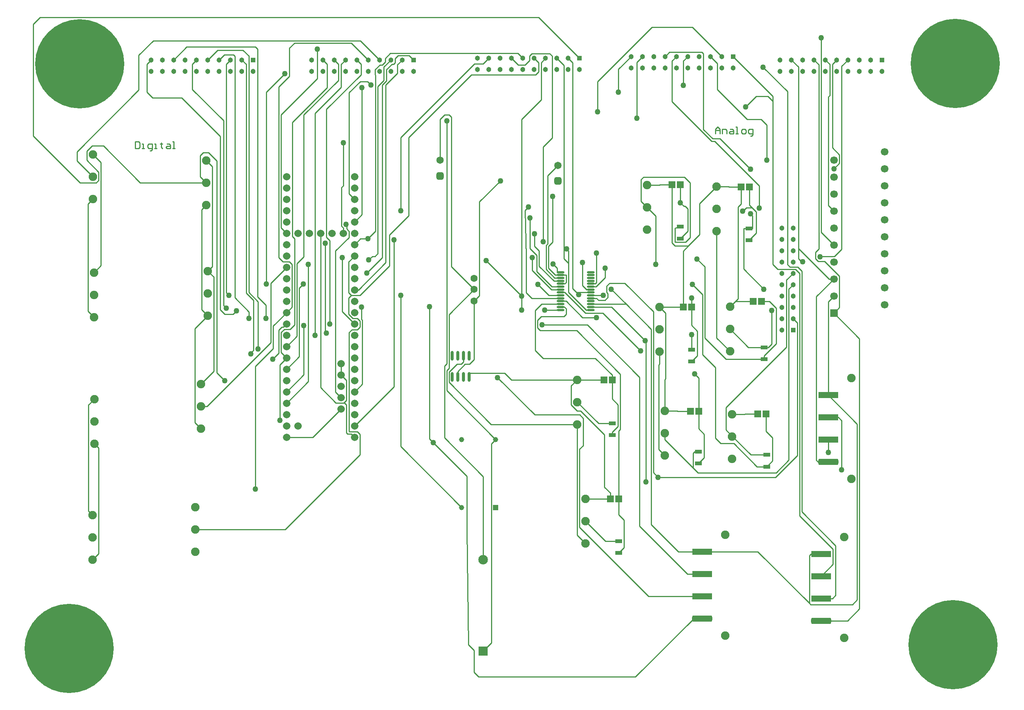
<source format=gtl>
G04*
G04 #@! TF.GenerationSoftware,Altium Limited,Altium Designer,25.8.1 (18)*
G04*
G04 Layer_Physical_Order=1*
G04 Layer_Color=255*
%FSLAX44Y44*%
%MOMM*%
G71*
G04*
G04 #@! TF.SameCoordinates,1CB4CA92-3C3F-48A4-B028-BF96C05B1928*
G04*
G04*
G04 #@! TF.FilePolarity,Positive*
G04*
G01*
G75*
%ADD14C,0.2540*%
G04:AMPARAMS|DCode=15|XSize=1.4mm|YSize=4.5mm|CornerRadius=0.35mm|HoleSize=0mm|Usage=FLASHONLY|Rotation=90.000|XOffset=0mm|YOffset=0mm|HoleType=Round|Shape=RoundedRectangle|*
%AMROUNDEDRECTD15*
21,1,1.4000,3.8000,0,0,90.0*
21,1,0.7000,4.5000,0,0,90.0*
1,1,0.7000,1.9000,0.3500*
1,1,0.7000,1.9000,-0.3500*
1,1,0.7000,-1.9000,-0.3500*
1,1,0.7000,-1.9000,0.3500*
%
%ADD15ROUNDEDRECTD15*%
%ADD16O,1.8000X0.4500*%
%ADD17O,0.6000X2.2000*%
%ADD18R,1.6000X0.8500*%
%ADD19R,1.5000X1.5500*%
%ADD20R,4.5000X1.4000*%
%ADD29R,1.1350X1.1350*%
%ADD30C,1.1350*%
%ADD32C,2.1450*%
%ADD34C,1.7000*%
%ADD37R,1.7000X1.7000*%
%ADD38R,2.1450X2.1450*%
%ADD40R,1.1350X1.1350*%
%ADD43C,1.1580*%
%ADD44R,1.1580X1.1580*%
%ADD45C,1.6650*%
%ADD46C,1.9000*%
%ADD47C,1.6000*%
G04:AMPARAMS|DCode=48|XSize=1.65mm|YSize=1.65mm|CornerRadius=0.4125mm|HoleSize=0mm|Usage=FLASHONLY|Rotation=90.000|XOffset=0mm|YOffset=0mm|HoleType=Round|Shape=RoundedRectangle|*
%AMROUNDEDRECTD48*
21,1,1.6500,0.8250,0,0,90.0*
21,1,0.8250,1.6500,0,0,90.0*
1,1,0.8250,0.4125,0.4125*
1,1,0.8250,0.4125,-0.4125*
1,1,0.8250,-0.4125,-0.4125*
1,1,0.8250,-0.4125,0.4125*
%
%ADD48ROUNDEDRECTD48*%
%ADD49C,1.6500*%
%ADD50C,1.2700*%
%ADD51C,20.0000*%
D14*
X1859280Y1210310D02*
X1859534D01*
X1871590Y1222366D01*
X1540510Y900980D02*
Y920750D01*
X1539960Y900430D02*
X1540510Y900980D01*
X617220Y770890D02*
X632460Y786130D01*
X617220Y646430D02*
Y770890D01*
X765810Y1085850D02*
X767731Y1083929D01*
Y1075690D02*
X769001Y1074420D01*
X767731Y1075690D02*
Y1083929D01*
X769001Y1073150D02*
Y1074420D01*
X755650Y1081642D02*
X759460Y1077832D01*
X755650Y1081642D02*
Y1168140D01*
X759460Y1171950D01*
X769001Y1073150D02*
X772160Y1069992D01*
X759460Y1065530D02*
Y1077832D01*
Y1171950D02*
Y1268222D01*
X772160Y1056132D02*
Y1069992D01*
X800100Y872759D02*
X802075Y870784D01*
X800100Y872759D02*
Y900430D01*
X802075Y727145D02*
Y870784D01*
X1779778Y1008542D02*
Y1031075D01*
X1786681Y1002030D02*
X1789430D01*
X1781574Y1006746D02*
X1781964D01*
X1779778Y1008542D02*
X1781574Y1006746D01*
X1781964D02*
X1786681Y1002030D01*
X1239261Y979145D02*
X1240166Y978240D01*
X1219200Y1036357D02*
X1228852Y1046009D01*
X1214120Y1038462D02*
X1217676Y1042018D01*
Y1194816D01*
X1229360Y996950D02*
X1239261Y987049D01*
X1228852Y1046009D02*
Y1148334D01*
X1217676Y1194816D02*
X1240790Y1217930D01*
X1219200Y986980D02*
Y1036357D01*
X1214120Y984544D02*
X1233424Y965240D01*
X1240166Y978240D02*
X1246160D01*
X1214120Y984544D02*
Y1038462D01*
X1239261Y979145D02*
Y987049D01*
X1219200Y986980D02*
X1234440Y971740D01*
X552450Y795020D02*
Y797196D01*
X558546Y803292D02*
Y915089D01*
X552450Y797196D02*
X558546Y803292D01*
X454114Y677380D02*
X596900Y820166D01*
Y953770D01*
X440690Y677380D02*
X454114D01*
X830790Y1013924D02*
X836930Y1020064D01*
X816610Y1005840D02*
X824694Y1013924D01*
X830790D01*
X1514560Y1174750D02*
X1515110Y1174200D01*
Y1134110D02*
X1523130Y1126090D01*
X1525924D01*
X1532000Y1120014D01*
X1515110Y1134110D02*
Y1174200D01*
X1393484Y906740D02*
X1449730Y850494D01*
X1360424Y939800D02*
X1393484Y906740D01*
X1804162Y236220D02*
X1807464Y232918D01*
X1688522Y351860D02*
X1804162Y236220D01*
X760730Y685038D02*
X762254D01*
X743204D02*
X760730D01*
X1779778Y1031075D02*
Y1438402D01*
X953008Y604266D02*
X961136Y596138D01*
X1676654Y1076240D02*
Y1105408D01*
X1521460Y1025652D02*
X1533144Y1037336D01*
X1638560Y913130D02*
X1644100Y918670D01*
X1041400Y752353D02*
X1121508D01*
X1480280Y603028D02*
X1543812Y539496D01*
X1631277Y610667D02*
X1673098Y568846D01*
X1617218Y624726D02*
X1631277Y610667D01*
X1159002Y925068D02*
Y1321054D01*
Y893740D02*
Y925068D01*
X1264412Y998220D02*
Y1026160D01*
X1253998Y1008634D02*
Y1442212D01*
X1282394Y932740D02*
X1314160D01*
X1282394D02*
X1287272Y927862D01*
X1722541Y1361440D02*
Y1372449D01*
X1669500Y1129072D02*
X1675892Y1122680D01*
X777422Y615768D02*
X784860Y608330D01*
X769201Y615768D02*
X777422D01*
X766572Y618397D02*
X769201Y615768D01*
X766572Y618397D02*
Y680720D01*
X762254Y685038D02*
X766572Y680720D01*
X708660Y719582D02*
Y1065530D01*
X1808042Y346780D02*
X1830640D01*
X1804162Y342900D02*
X1808042Y346780D01*
X1804162Y236220D02*
Y342900D01*
X1846580Y702780D02*
X1911604Y637756D01*
X1563940Y351860D02*
X1688522D01*
X1807464Y232918D02*
X1900682D01*
X1911604Y243840D01*
Y637756D01*
X1846580Y702780D02*
Y911860D01*
X1859280Y924560D01*
X961136Y596138D02*
X1036574Y520700D01*
Y400812D02*
X1040130Y143510D01*
X1053084Y130556D01*
Y81280D02*
X1063244Y71120D01*
X1414596D02*
X1545336Y201860D01*
X1563940D01*
X1764030Y1454150D02*
X1779778Y1438402D01*
X754888Y1444498D02*
X764540Y1454150D01*
X754888Y1392682D02*
Y1444498D01*
X696468Y1334262D02*
X754888Y1392682D01*
X696468Y836930D02*
Y1334262D01*
X1672844Y1109218D02*
X1676654Y1105408D01*
X1668780Y1076240D02*
X1676654D01*
X1468120Y900100D02*
X1494460D01*
X1521460Y900430D01*
X1638560Y913130D02*
X1678220D01*
X1626330Y900900D02*
X1638560Y913130D01*
X1703070Y809540D02*
X1711960D01*
X1719834Y817414D01*
Y892556D01*
X1758355Y940475D02*
X1767840Y949960D01*
X1758355Y556935D02*
Y940475D01*
X1730248Y528828D02*
X1758355Y556935D01*
X1554480Y528828D02*
X1730248D01*
X1480280Y603028D02*
Y617220D01*
X1753275Y960795D02*
X1767840Y975360D01*
X1753275Y810681D02*
Y960795D01*
X1617218Y674624D02*
X1753275Y810681D01*
X1617218Y624726D02*
Y674624D01*
X1630680Y610070D02*
X1631277Y610667D01*
X1673098Y568846D02*
X1708807D01*
X1440180Y1123950D02*
X1460246Y1103884D01*
Y996188D02*
Y1103884D01*
X1426718Y1137412D02*
X1440180Y1123950D01*
X1426718Y1137412D02*
Y1185926D01*
X1432560Y1191768D01*
X1524000D01*
X1537208Y1178560D01*
Y1055624D02*
Y1178560D01*
X1527048Y1045464D02*
X1537208Y1055624D01*
X1503172Y1045464D02*
X1527048D01*
X1503172D02*
Y1077002D01*
X1515110Y1080050D01*
X1203198Y1448308D02*
X1212850Y1457960D01*
X1203198Y1365250D02*
Y1448308D01*
X1159002Y1321054D02*
X1203198Y1365250D01*
X1211412Y893740D02*
X1246160D01*
X1314160Y926240D02*
X1342546D01*
X907455Y1463635D02*
X916940Y1454150D01*
X882142Y1463635D02*
X907455D01*
X875792Y1457285D02*
X882142Y1463635D01*
X875792Y1447800D02*
Y1457285D01*
X872744Y1444752D02*
X875792Y1447800D01*
X868728Y1444752D02*
X872744D01*
X856655Y1432679D02*
X868728Y1444752D01*
X856655Y1407327D02*
Y1432679D01*
X847090Y1397762D02*
X856655Y1407327D01*
X847090Y1010920D02*
Y1397762D01*
X812292Y976122D02*
X847090Y1010920D01*
X1346200Y966060D02*
Y987044D01*
X1325880Y945740D02*
X1346200Y966060D01*
X1314160Y945740D02*
X1325880D01*
X850392Y1438402D02*
X866140Y1454150D01*
X850392Y1408430D02*
Y1438402D01*
X836930Y1394968D02*
X850392Y1408430D01*
X836930Y1020064D02*
Y1394968D01*
X1327150Y955040D02*
Y1021588D01*
X1324350Y952240D02*
X1327150Y955040D01*
X1314160Y952240D02*
X1324350D01*
X1016000Y743080D02*
Y755396D01*
X1032764Y772160D01*
X1042670D01*
X1052830Y782320D01*
Y913800D01*
X1437640Y508254D02*
Y823214D01*
X1314160Y900240D02*
X1360614D01*
X1435862Y824992D01*
X1767840Y873760D02*
X1777325Y864275D01*
Y567269D02*
Y864275D01*
X1728724Y518668D02*
X1777325Y567269D01*
X1465072Y518668D02*
X1728724D01*
X1454810Y528930D02*
X1465072Y518668D01*
X1454810Y528930D02*
Y889610D01*
X1390904Y953516D02*
X1454810Y889610D01*
X1350264Y932942D02*
Y947420D01*
X1327404Y919740D02*
X1331982Y915162D01*
X1314160Y919740D02*
X1327404D01*
X427450Y401320D02*
X629412D01*
X797052Y568960D01*
Y614680D01*
X790702Y621030D02*
X797052Y614680D01*
X773176Y621030D02*
X790702D01*
X772668Y621538D02*
X773176Y621030D01*
X772668Y621538D02*
Y843280D01*
X779018Y849630D01*
X791464D01*
X796995Y855161D01*
Y868680D01*
X791153Y874522D02*
X796995Y868680D01*
X780906Y874522D02*
X791153D01*
X771652Y883776D02*
X780906Y874522D01*
X771652Y883776D02*
Y920750D01*
X777240Y926338D01*
X797052D02*
X862838Y992124D01*
Y1061720D01*
X906018Y1104900D01*
Y1280414D01*
X1197102Y1427480D02*
Y1448308D01*
X771652Y1001522D02*
X784860Y1014730D01*
X771652Y931926D02*
Y1001522D01*
Y931926D02*
X777240Y926338D01*
X797052D01*
X906018Y1280414D02*
X1046734Y1421130D01*
X1190752D01*
X1197102Y1427480D01*
X1187450Y1457960D02*
X1197102Y1448308D01*
X772668Y1153922D02*
X784860Y1141730D01*
X772668Y1153922D02*
Y1380744D01*
X797560Y1405636D01*
X814070D01*
X821436Y1398270D01*
X1856124Y246780D02*
X1863344Y254000D01*
X1661160Y1348740D02*
X1684869Y1372449D01*
X1711531D01*
X1722541Y1361440D01*
Y995680D02*
Y1361440D01*
X1733375Y984845D02*
X1772920D01*
X1782405Y975360D01*
Y432221D02*
Y975360D01*
Y432221D02*
X1856994Y357632D01*
Y323134D02*
Y357632D01*
X1830640Y296780D02*
X1856994Y323134D01*
X1633220Y1461770D02*
X1722541Y1372449D01*
Y995680D02*
X1733375Y984845D01*
X532130Y1454150D02*
X541782Y1444498D01*
Y931853D02*
Y1444498D01*
Y931853D02*
X558546Y915089D01*
X757428Y889762D02*
Y1010666D01*
Y889762D02*
X784860Y862330D01*
X1151295Y1468715D02*
X1162050Y1457960D01*
X864703Y1468715D02*
X1151295D01*
X853440Y1457452D02*
X864703Y1468715D01*
X853440Y1449578D02*
Y1457452D01*
X847090Y1443228D02*
X853440Y1449578D01*
X841756Y1443228D02*
X847090D01*
X831088Y1432560D02*
X841756Y1443228D01*
X831088Y1432560D02*
X831596Y1408372D01*
Y1070102D02*
Y1408372D01*
X814832Y1053338D02*
X831596Y1070102D01*
X1207516Y1259332D02*
X1227582Y1279398D01*
Y1463040D01*
X1182624Y1468374D02*
X1222248D01*
X1480820Y1461770D02*
X1490472Y1471422D01*
X1563370D01*
X1566672Y1468120D01*
Y1298448D02*
Y1468120D01*
Y1298448D02*
X1587500Y1277620D01*
X1604010D01*
X1672844Y1208786D01*
X620268Y1077722D02*
X632460Y1065530D01*
X620268Y1077722D02*
Y1331468D01*
X701040Y1412240D01*
Y1478788D01*
X1828546Y1012952D02*
X1828800Y1013206D01*
X1860296D01*
X1876806Y1029716D01*
Y1439926D01*
X1891030Y1454150D01*
X991362Y773083D02*
Y1317752D01*
X986330Y768050D02*
X991362Y773083D01*
X986330Y607012D02*
Y768050D01*
Y607012D02*
X1073150Y520192D01*
Y333930D02*
Y520192D01*
X1669500Y1129072D02*
Y1169670D01*
X1684833Y1065793D02*
Y1113739D01*
X1668780Y1049740D02*
X1684833Y1065793D01*
X1227484Y945740D02*
X1246160D01*
X1193546Y979678D02*
X1227484Y945740D01*
X1193546Y979678D02*
Y1016000D01*
X1178306Y1031240D02*
X1193546Y1016000D01*
X1178306Y1031240D02*
Y1099820D01*
X1654260Y1114806D02*
X1655234D01*
X1663108Y1122680D01*
X1675892D01*
X1684833Y1113739D01*
X1703070Y783040D02*
Y791210D01*
X1729994Y818134D01*
Y897890D01*
X1714754Y913130D02*
X1729994Y897890D01*
X1696720Y913130D02*
X1714754D01*
X1246160Y932740D02*
X1255978D01*
X1302258Y886460D01*
X1341374D01*
X1425702Y802132D01*
X1547114Y750062D02*
X1556110Y741066D01*
Y666750D02*
Y741066D01*
X1181856Y919740D02*
X1246160D01*
X1169162Y932434D02*
X1181856Y919740D01*
X1169162Y932434D02*
Y1014222D01*
X1167384Y1116838D02*
X1169162Y1014222D01*
X1167384Y1116838D02*
X1174750Y1124204D01*
X1532000Y1070440D02*
Y1120014D01*
X1515110Y1053550D02*
X1532000Y1070440D01*
X1651000Y1131358D02*
Y1169670D01*
X1644100Y1124458D02*
X1651000Y1131358D01*
X1644100Y918670D02*
Y1124458D01*
X1656842Y1076240D02*
X1668780D01*
X1656842Y985774D02*
Y1076240D01*
Y985774D02*
X1702308Y940308D01*
X187960Y443160D02*
X197580Y433540D01*
X187960Y443160D02*
Y680460D01*
X201390Y693890D01*
X440690Y727380D02*
X469392Y756082D01*
Y967448D01*
X455930Y980910D02*
X469392Y967448D01*
X455930Y980910D02*
X465582Y990562D01*
Y1215098D01*
X452120Y1228560D02*
X465582Y1215098D01*
X1091438Y593598D02*
X1101090Y603250D01*
X1091438Y147318D02*
Y593598D01*
X1073150Y129030D02*
X1091438Y147318D01*
X754360Y748030D02*
Y773430D01*
X200660Y977100D02*
X216510Y992950D01*
Y1224140D01*
X198120Y1242530D02*
X216510Y1224140D01*
X991410Y712930D02*
X1101090Y603250D01*
X991410Y712930D02*
Y757938D01*
X996442Y762970D01*
Y883412D01*
X1052830Y939800D01*
X754360Y748030D02*
X766572Y735818D01*
Y690880D02*
Y735818D01*
X760730Y685038D02*
X766572Y690880D01*
X708660Y719582D02*
X743204Y685038D01*
X1001522Y991108D02*
X1052830Y939800D01*
X1001522Y991108D02*
Y1325880D01*
X996442Y1330960D02*
X1001522Y1325880D01*
X987020Y1330960D02*
X996442D01*
X976860Y1320800D02*
X987020Y1330960D01*
X976860Y1229080D02*
Y1320800D01*
X1449730Y412598D02*
Y850494D01*
Y412598D02*
X1510468Y351860D01*
X1563940D01*
X1314160Y906740D02*
X1393484D01*
X1233424Y965240D02*
X1246160D01*
X197580Y333540D02*
X211074Y347034D01*
Y584206D01*
X201390Y593890D02*
X211074Y584206D01*
X427228Y640842D02*
X440690Y627380D01*
X427228Y640842D02*
Y852208D01*
X455930Y880910D01*
X632460Y608330D02*
X690860D01*
X754360Y671830D01*
X442468Y894372D02*
X455930Y880910D01*
X442468Y894372D02*
Y1118908D01*
X452120Y1128560D01*
X187198Y890562D02*
X200660Y877100D01*
X187198Y890562D02*
Y1131608D01*
X198120Y1142530D01*
X953008Y604266D02*
Y901192D01*
X1036574Y400812D02*
Y520700D01*
X1053084Y81280D02*
Y130556D01*
X1063244Y71120D02*
X1414596D01*
X1848193Y962660D02*
X1859280D01*
X1779778Y1031075D02*
X1848193Y962660D01*
X1820164Y923544D02*
X1859280Y962660D01*
X1820164Y556260D02*
Y923544D01*
Y556260D02*
X1823644Y552780D01*
X1846580D01*
X162560Y1228090D02*
X198120Y1192530D01*
X162560Y1228090D02*
Y1248410D01*
X300736Y1386586D01*
Y1464564D01*
X333502Y1497330D01*
X797560D01*
X840740Y1454150D01*
X562610Y491744D02*
Y767588D01*
X602243Y807221D01*
Y857513D01*
X632460Y887730D01*
X644595Y899865D01*
Y995680D01*
X638810Y1001465D02*
X644595Y995680D01*
X624643Y1001465D02*
X638810D01*
X615188Y1010920D02*
X624643Y1001465D01*
X615188Y1010920D02*
Y1393723D01*
X638785Y1417320D01*
Y1480516D01*
X650240Y1491971D01*
X777519D01*
X815340Y1454150D01*
X601218Y783082D02*
X614743Y796607D01*
Y848360D01*
X621564Y855181D01*
X625311D01*
X632460Y862330D01*
X728980D02*
Y1049528D01*
X721868Y1056640D02*
X728980Y1049528D01*
X721868Y1056640D02*
Y1343406D01*
X799592Y1421130D01*
Y1444498D01*
X789940Y1454150D02*
X799592Y1444498D01*
X632460Y760730D02*
X660860Y789130D01*
Y942603D01*
X670052Y951795D01*
X586740D02*
Y1381506D01*
X628396Y1423162D01*
X1197864Y1549146D02*
X1289050Y1457960D01*
X80010Y1549146D02*
X1197864D01*
X65024Y1534160D02*
X80010Y1549146D01*
X65024Y1283970D02*
Y1534160D01*
Y1283970D02*
X169926Y1179068D01*
X206248D01*
X211430Y1184250D01*
Y1202334D01*
X184658Y1229106D02*
X211430Y1202334D01*
X184658Y1229106D02*
Y1249680D01*
X196342Y1261364D01*
X221742D01*
X304546Y1178560D01*
X452120D01*
X438658Y1192022D02*
X452120Y1178560D01*
X438658Y1192022D02*
Y1239520D01*
X445770Y1246632D01*
X457200D01*
X476222Y1227610D01*
Y752884D02*
Y1227610D01*
Y752884D02*
X493776Y735330D01*
X1283970Y388880D02*
Y637070D01*
Y388880D02*
X1302480Y370370D01*
X1090940Y637070D02*
X1283970D01*
X996490Y731520D02*
X1090940Y637070D01*
X996490Y731520D02*
Y754380D01*
X1014270Y772160D01*
X1023620D01*
X1028700Y777240D01*
Y791080D01*
X1466850Y580650D02*
X1480280Y567220D01*
X1466850Y580650D02*
Y770636D01*
X1468120Y771906D01*
Y800100D01*
X1596390Y830840D02*
X1626330Y800900D01*
X1596390Y830840D02*
Y1070140D01*
X1188466Y1036574D02*
Y1064260D01*
Y1036574D02*
X1198626Y1026414D01*
Y991870D02*
Y1026414D01*
Y991870D02*
X1231756Y958740D01*
X1246160D01*
X1283970Y737070D02*
X1313434D01*
X1313904Y736600D01*
X1343660D01*
X1270508Y723608D02*
X1283970Y737070D01*
X1270508Y680720D02*
Y723608D01*
Y680720D02*
X1283970Y667258D01*
X1291590D01*
X1345184Y613664D01*
Y496316D02*
Y613664D01*
Y496316D02*
X1358180Y483320D01*
Y469900D02*
Y483320D01*
X1136791Y737070D02*
X1283970D01*
X1121508Y752353D02*
X1136791Y737070D01*
X1041400Y743080D02*
Y752353D01*
X1330414Y469900D02*
X1358180D01*
X1329944Y470370D02*
X1330414Y469900D01*
X1302480Y470370D02*
X1329944D01*
X1480280Y667220D02*
X1508506D01*
X1508976Y666750D01*
X1537610D01*
X1480280Y667220D02*
Y737870D01*
X1481582Y739172D01*
Y886638D01*
X1468120Y900100D02*
X1481582Y886638D01*
X1630680Y660070D02*
X1659382D01*
X1659635Y660323D01*
X1688796D01*
X1496060Y1044448D02*
Y1174750D01*
Y1044448D02*
X1503172Y1037336D01*
X1533144D01*
X1558290Y1062482D01*
Y1132040D01*
X1521460Y900430D02*
Y1025652D01*
X1558290Y1132040D02*
X1596390Y1170140D01*
X1468920Y1174750D02*
X1496060D01*
X1468120Y1173950D02*
X1468920Y1174750D01*
X1440180Y1173950D02*
X1468120D01*
X1596390Y1170140D02*
X1623314D01*
X1623784Y1169670D01*
X1651000D01*
X1234440Y971740D02*
X1246160D01*
X1259078D01*
Y955040D02*
Y971740D01*
X1256278Y952240D02*
X1259078Y955040D01*
X1246160Y952240D02*
X1256278D01*
X1667690Y809540D02*
X1703070D01*
X1626330Y850900D02*
X1667690Y809540D01*
X1546860Y575860D02*
X1555750D01*
X1543812Y572812D02*
X1546860Y575860D01*
X1543812Y539496D02*
Y572812D01*
Y539496D02*
X1554480Y528828D01*
X1540510Y804460D02*
Y838670D01*
X1331680Y639360D02*
X1362710D01*
X1283970Y687070D02*
X1331680Y639360D01*
X1347650Y375200D02*
X1376680D01*
X1302480Y420370D02*
X1347650Y375200D01*
X1080008Y1004062D02*
X1159002Y925068D01*
X632460Y684530D02*
X681228Y733298D01*
Y996188D01*
X1260348Y1030224D02*
X1264412Y1026160D01*
Y933295D02*
X1303966Y893740D01*
X1314160D01*
X1238250Y1457960D02*
X1253998Y1442212D01*
Y1008634D02*
X1264412Y998220D01*
Y933295D02*
Y998220D01*
X512318Y883920D02*
X520170Y891772D01*
X494030Y883920D02*
X512318D01*
X483870Y894080D02*
X494030Y883920D01*
X483870Y894080D02*
Y1282700D01*
X397510Y1369060D02*
X483870Y1282700D01*
X331978Y1369060D02*
X397510D01*
X319278Y1381760D02*
X331978Y1369060D01*
X319278Y1381760D02*
Y1444498D01*
X328930Y1454150D01*
X632460Y709930D02*
X671068Y748538D01*
Y858774D01*
X1273302Y941832D02*
Y1448308D01*
X1263650Y1457960D02*
X1273302Y1448308D01*
Y941832D02*
X1282394Y932740D01*
X784860Y938530D02*
X793302D01*
X854710Y999938D01*
Y1398016D01*
X880705Y1424011D01*
Y1443315D01*
X891540Y1454150D01*
X1295400Y948690D02*
Y1000252D01*
Y948690D02*
X1304850Y939240D01*
X1314160D01*
X1052830Y913800D02*
X1064768Y925738D01*
Y1136142D01*
X1111556Y1182930D01*
X888238Y587502D02*
X1024890Y450850D01*
X888238Y587502D02*
Y926338D01*
X1859280Y886460D02*
X1916684Y829056D01*
Y223266D02*
Y829056D01*
X1890198Y196780D02*
X1916684Y223266D01*
X1830640Y196780D02*
X1890198D01*
X1859280Y886460D02*
X1871726Y898906D01*
Y969264D01*
X1838198Y1002792D02*
X1871726Y969264D01*
X1823720Y1002792D02*
X1838198D01*
X1818386Y1008126D02*
X1823720Y1002792D01*
X1818386Y1008126D02*
Y1023209D01*
X1825665Y1030488D01*
Y1443315D01*
X1814830Y1454150D02*
X1825665Y1443315D01*
X1356360Y953516D02*
X1390904D01*
X1350264Y947420D02*
X1356360Y953516D01*
X1350264Y932942D02*
X1352804Y930402D01*
Y921766D02*
Y930402D01*
X1346200Y915162D02*
X1352804Y921766D01*
X1331982Y915162D02*
X1346200D01*
X596900Y953770D02*
X632460Y989330D01*
X1700530Y1438148D02*
X1755140Y1383538D01*
Y995680D02*
Y1383538D01*
Y995680D02*
X1760895Y989925D01*
X1778000D01*
X1787485Y980440D01*
Y440857D02*
Y980440D01*
Y440857D02*
X1863344Y364998D01*
Y254000D02*
Y364998D01*
X1830640Y246780D02*
X1856124D01*
X1830745Y1067395D02*
X1859280Y1038860D01*
X1830745Y1067395D02*
Y1503680D01*
X497078Y1444498D02*
X506730Y1454150D01*
X497078Y932688D02*
Y1444498D01*
Y932688D02*
X503428Y926338D01*
X784860Y709930D02*
X802075Y727145D01*
X481330Y1454150D02*
X493076Y1465896D01*
X513018D01*
X516382Y1462532D01*
Y921004D02*
Y1462532D01*
Y921004D02*
X548386Y889000D01*
Y875030D02*
Y889000D01*
X455930Y1454150D02*
X478028Y1476248D01*
X534670D01*
X547878Y1463040D01*
Y932942D02*
Y1463040D01*
Y932942D02*
X568706Y912114D01*
Y806450D02*
Y912114D01*
X420878Y1444498D02*
X430530Y1454150D01*
X420878Y1388110D02*
Y1444498D01*
Y1388110D02*
X490982Y1318006D01*
Y903732D02*
Y1318006D01*
Y903732D02*
X497078Y897636D01*
X718820Y844296D02*
Y1043432D01*
Y844296D02*
X721360Y841756D01*
X1105408Y742188D02*
X1188974Y658622D01*
X1289558D01*
X1297432Y650748D01*
Y589788D02*
Y650748D01*
X1289050Y581406D02*
X1297432Y589788D01*
X1289050Y406908D02*
Y581406D01*
Y406908D02*
X1444098Y251860D01*
X1563940D01*
X586486Y874522D02*
Y903986D01*
X567182Y923290D02*
X586486Y903986D01*
X567182Y923290D02*
Y1478534D01*
X562610Y1483106D02*
X567182Y1478534D01*
X408686Y1483106D02*
X562610D01*
X379730Y1454150D02*
X408686Y1483106D01*
X1205230Y860298D02*
X1306576D01*
X1423924Y742950D01*
Y409048D02*
Y742950D01*
Y409048D02*
X1531112Y301860D01*
X1563940D01*
X1846580Y574548D02*
Y602780D01*
X632460Y811530D02*
X655780Y834850D01*
Y997410D01*
X671068Y1012698D01*
Y1330706D01*
X748792Y1408430D01*
Y1444498D01*
X739140Y1454150D02*
X748792Y1444498D01*
X1876806Y534924D02*
Y645414D01*
X1869440Y652780D02*
X1876806Y645414D01*
X1846580Y652780D02*
X1869440D01*
X620268Y798322D02*
X632460Y786130D01*
X620268Y798322D02*
Y843026D01*
X627437Y850195D01*
X640391D01*
X650700Y860504D01*
Y1053386D01*
X645668Y1058418D02*
X650700Y1053386D01*
X645668Y1058418D02*
Y1314450D01*
X723392Y1392174D01*
Y1444498D01*
X713740Y1454150D02*
X723392Y1444498D01*
X784860Y1040130D02*
X798068Y1053338D01*
X814832D01*
X1207516Y1046226D02*
Y1259332D01*
X1222248Y1468374D02*
X1227582Y1463040D01*
X1177290D02*
X1182624Y1468374D01*
X1177290Y1452880D02*
Y1463040D01*
X1167130Y1442720D02*
X1177290Y1452880D01*
X1151890Y1442720D02*
X1167130D01*
X1136650Y1457960D02*
X1151890Y1442720D01*
X784860Y1090930D02*
X801116Y1107186D01*
Y1391920D01*
X888746Y1116330D02*
Y1280160D01*
X1053846Y1445260D01*
X1073150D01*
X1085850Y1457960D01*
X1329182Y1337564D02*
Y1405890D01*
X1451102Y1527810D01*
X1541780D01*
X1607820Y1461770D01*
X1582420D02*
X1598168Y1446022D01*
Y1388110D02*
Y1446022D01*
Y1388110D02*
X1665224Y1321054D01*
X1695958D01*
X1709166Y1307846D01*
Y1229360D02*
Y1307846D01*
X1521968Y1397508D02*
Y1452118D01*
X1531620Y1461770D01*
X1496568Y1452118D02*
X1506220Y1461770D01*
X1496568Y1360377D02*
Y1452118D01*
Y1360377D02*
X1584960Y1271985D01*
X1591865D01*
X1691894Y1171956D01*
Y1122172D02*
Y1171956D01*
X1417320Y1323848D02*
Y1449070D01*
X1430020Y1461770D01*
X1376172Y1382268D02*
Y1433322D01*
X1404620Y1461770D01*
X742188Y709402D02*
X754360Y697230D01*
X742188Y709402D02*
Y1026160D01*
X772160Y1056132D01*
X1871590Y1222366D02*
Y1241552D01*
X1855978Y1257164D02*
X1871590Y1241552D01*
X1855978Y1257164D02*
Y1444498D01*
X1865630Y1454150D01*
X784860Y633730D02*
X872998Y721868D01*
Y1050544D01*
X1846834Y1127506D02*
X1859280Y1115060D01*
X1846834Y1127506D02*
Y1371600D01*
X1849882Y1374648D01*
Y1444498D01*
X1840230Y1454150D02*
X1849882Y1444498D01*
X1226463Y939240D02*
X1246160D01*
X1183386Y982318D02*
X1226463Y939240D01*
X1183386Y982318D02*
Y1011174D01*
X1552319Y1008001D02*
X1569974Y990346D01*
Y830580D02*
Y990346D01*
Y830580D02*
X1617514Y783040D01*
X1703070D01*
X1556110Y627528D02*
Y666750D01*
Y627528D02*
X1568704Y614934D01*
Y562314D02*
Y614934D01*
X1555750Y549360D02*
X1568704Y562314D01*
X1220158Y926240D02*
X1246160D01*
X1195676Y950722D02*
X1220158Y926240D01*
X1542034Y950722D02*
X1564894Y927862D01*
Y793496D02*
Y927862D01*
Y793496D02*
X1593596Y764794D01*
Y606298D02*
Y764794D01*
Y606298D02*
X1605280Y594614D01*
X1634800D01*
X1687068Y542346D01*
X1708807D01*
X1721866Y555405D01*
Y607060D01*
X1707296Y621631D02*
X1721866Y607060D01*
X1707296Y621631D02*
Y660323D01*
X1246160Y913240D02*
X1259078D01*
X1296018Y876300D01*
X1326896D01*
X1539960Y859070D02*
Y900430D01*
Y859070D02*
X1553464Y845566D01*
Y790914D02*
Y845566D01*
X1540510Y777960D02*
X1553464Y790914D01*
X1362160Y736600D02*
Y747310D01*
X1324610Y784860D02*
X1362160Y747310D01*
X1207770Y784860D02*
X1324610D01*
X1189990Y802640D02*
X1207770Y784860D01*
X1189990Y802640D02*
Y892893D01*
X1203837Y906740D01*
X1246160D01*
X1362160Y694732D02*
Y736600D01*
Y694732D02*
X1375664Y681228D01*
Y632460D02*
Y681228D01*
X1362710Y619506D02*
X1375664Y632460D01*
X1362710Y612860D02*
Y619506D01*
X1376680Y469900D02*
Y622046D01*
X1380744Y626110D01*
Y749808D01*
X1282954Y847598D02*
X1380744Y749808D01*
X1200912Y847598D02*
X1282954D01*
X1195070Y853440D02*
X1200912Y847598D01*
X1195070Y853440D02*
Y870204D01*
X1203706Y878840D01*
X1253890D01*
X1258970Y883920D01*
Y896620D01*
X1255350Y900240D02*
X1258970Y896620D01*
X1246160Y900240D02*
X1255350D01*
X1376680Y434594D02*
Y469900D01*
Y434594D02*
X1388618Y422656D01*
Y360638D02*
Y422656D01*
X1376680Y348700D02*
X1388618Y360638D01*
X182880Y1479550D02*
X190500D01*
X148590Y1452880D02*
X163830D01*
X2100580Y1412240D02*
Y1449070D01*
Y1412240D02*
X2128520Y1384300D01*
X1593850Y1289048D02*
Y1299205D01*
X1598928Y1304283D01*
X1604007Y1299205D01*
Y1289048D01*
Y1296666D01*
X1593850D01*
X1609085Y1289048D02*
Y1299205D01*
X1616703D01*
X1619242Y1296666D01*
Y1289048D01*
X1626859Y1299205D02*
X1631938D01*
X1634477Y1296666D01*
Y1289048D01*
X1626859D01*
X1624320Y1291588D01*
X1626859Y1294127D01*
X1634477D01*
X1639555Y1289048D02*
X1644634D01*
X1642094D01*
Y1304283D01*
X1639555D01*
X1654790Y1289048D02*
X1659869D01*
X1662408Y1291588D01*
Y1296666D01*
X1659869Y1299205D01*
X1654790D01*
X1652251Y1296666D01*
Y1291588D01*
X1654790Y1289048D01*
X1672565Y1283970D02*
X1675104D01*
X1677643Y1286509D01*
Y1299205D01*
X1670025D01*
X1667486Y1296666D01*
Y1291588D01*
X1670025Y1289048D01*
X1677643D01*
X293370Y1271263D02*
Y1256028D01*
X300987D01*
X303527Y1258568D01*
Y1268724D01*
X300987Y1271263D01*
X293370D01*
X308605Y1256028D02*
X313683D01*
X311144D01*
Y1266185D01*
X308605D01*
X326379Y1250950D02*
X328918D01*
X331458Y1253489D01*
Y1266185D01*
X323840D01*
X321301Y1263646D01*
Y1258568D01*
X323840Y1256028D01*
X331458D01*
X336536D02*
X341614D01*
X339075D01*
Y1266185D01*
X336536D01*
X351771Y1268724D02*
Y1266185D01*
X349232D01*
X354310D01*
X351771D01*
Y1258568D01*
X354310Y1256028D01*
X364467Y1266185D02*
X369545D01*
X372085Y1263646D01*
Y1256028D01*
X364467D01*
X361928Y1258568D01*
X364467Y1261107D01*
X372085D01*
X377163Y1256028D02*
X382241D01*
X379702D01*
Y1271263D01*
X377163D01*
D15*
X1846580Y552780D02*
D03*
X1563940Y201860D02*
D03*
X1830640Y196780D02*
D03*
D16*
X1246160Y978240D02*
D03*
X1314160Y900240D02*
D03*
Y893740D02*
D03*
Y913240D02*
D03*
Y919740D02*
D03*
Y926240D02*
D03*
Y932740D02*
D03*
Y939240D02*
D03*
Y945740D02*
D03*
Y952240D02*
D03*
Y958740D02*
D03*
Y965240D02*
D03*
Y971740D02*
D03*
Y978240D02*
D03*
X1246160Y893740D02*
D03*
Y900240D02*
D03*
Y906740D02*
D03*
Y913240D02*
D03*
Y919740D02*
D03*
Y926240D02*
D03*
Y932740D02*
D03*
Y939240D02*
D03*
Y945740D02*
D03*
Y952240D02*
D03*
Y958740D02*
D03*
Y971740D02*
D03*
Y965240D02*
D03*
X1314160Y906740D02*
D03*
D17*
X1016000Y743080D02*
D03*
X1003300D02*
D03*
X1028700D02*
D03*
X1041400D02*
D03*
X1003300Y791080D02*
D03*
X1016000D02*
D03*
X1028700D02*
D03*
X1041400D02*
D03*
D18*
X1555750Y549360D02*
D03*
Y575860D02*
D03*
X1703070Y783040D02*
D03*
Y809540D02*
D03*
X1376680Y348700D02*
D03*
Y375200D02*
D03*
X1668780Y1049740D02*
D03*
Y1076240D02*
D03*
X1708807Y542346D02*
D03*
Y568846D02*
D03*
X1515110Y1053550D02*
D03*
Y1080050D02*
D03*
X1540510Y777960D02*
D03*
Y804460D02*
D03*
X1362710Y612860D02*
D03*
Y639360D02*
D03*
D19*
X1669500Y1169670D02*
D03*
X1651000D02*
D03*
X1696720Y913130D02*
D03*
X1678220D02*
D03*
X1556110Y666750D02*
D03*
X1537610D02*
D03*
X1707296Y660323D02*
D03*
X1688796D02*
D03*
X1514560Y1174750D02*
D03*
X1496060D02*
D03*
X1539960Y900430D02*
D03*
X1521460D02*
D03*
X1362160Y736600D02*
D03*
X1343660D02*
D03*
X1376680Y469900D02*
D03*
X1358180D02*
D03*
D20*
X1830640Y296780D02*
D03*
Y246780D02*
D03*
Y346780D02*
D03*
X1846580Y702780D02*
D03*
X1563940Y351860D02*
D03*
Y251860D02*
D03*
Y301860D02*
D03*
X1846580Y602780D02*
D03*
Y652780D02*
D03*
D29*
X1967230Y1454150D02*
D03*
X916940D02*
D03*
X557530D02*
D03*
X1289050Y1457960D02*
D03*
X1633220Y1461770D02*
D03*
D30*
X1941830Y1454150D02*
D03*
X1916430D02*
D03*
X1891030D02*
D03*
X1865630D02*
D03*
X1840230D02*
D03*
X1814830D02*
D03*
X1738630D02*
D03*
X1967230Y1428750D02*
D03*
X1941830D02*
D03*
X1916430D02*
D03*
X1891030D02*
D03*
X1865630D02*
D03*
X1840230D02*
D03*
X1814830D02*
D03*
X1789430D02*
D03*
X1764030D02*
D03*
X1738630D02*
D03*
X1789430Y1454150D02*
D03*
X1764030D02*
D03*
X688340Y1428750D02*
D03*
X713740D02*
D03*
X739140D02*
D03*
X764540D02*
D03*
X789940D02*
D03*
X815340D02*
D03*
X840740D02*
D03*
X866140D02*
D03*
X891540D02*
D03*
X916940D02*
D03*
X688340Y1454150D02*
D03*
X713740D02*
D03*
X739140D02*
D03*
X764540D02*
D03*
X789940D02*
D03*
X815340D02*
D03*
X840740D02*
D03*
X866140D02*
D03*
X891540D02*
D03*
X328930Y1428750D02*
D03*
X354330D02*
D03*
X379730D02*
D03*
X405130D02*
D03*
X430530D02*
D03*
X455930D02*
D03*
X481330D02*
D03*
X506730D02*
D03*
X532130D02*
D03*
X557530D02*
D03*
X328930Y1454150D02*
D03*
X354330D02*
D03*
X379730D02*
D03*
X405130D02*
D03*
X430530D02*
D03*
X455930D02*
D03*
X481330D02*
D03*
X506730D02*
D03*
X532130D02*
D03*
X1060450Y1432560D02*
D03*
X1085850D02*
D03*
X1111250D02*
D03*
X1136650D02*
D03*
X1162050D02*
D03*
X1187450D02*
D03*
X1212850D02*
D03*
X1238250D02*
D03*
X1263650D02*
D03*
X1289050D02*
D03*
X1060450Y1457960D02*
D03*
X1085850D02*
D03*
X1111250D02*
D03*
X1136650D02*
D03*
X1162050D02*
D03*
X1187450D02*
D03*
X1212850D02*
D03*
X1238250D02*
D03*
X1263650D02*
D03*
X1742440Y1076960D02*
D03*
Y1051560D02*
D03*
Y1026160D02*
D03*
Y1000760D02*
D03*
Y975360D02*
D03*
Y949960D02*
D03*
Y924560D02*
D03*
Y899160D02*
D03*
Y873760D02*
D03*
Y848360D02*
D03*
X1767840Y1076960D02*
D03*
Y1051560D02*
D03*
Y1026160D02*
D03*
Y1000760D02*
D03*
Y975360D02*
D03*
Y949960D02*
D03*
Y924560D02*
D03*
Y899160D02*
D03*
Y873760D02*
D03*
X1404620Y1436370D02*
D03*
X1430020D02*
D03*
X1455420D02*
D03*
X1480820D02*
D03*
X1506220D02*
D03*
X1531620D02*
D03*
X1557020D02*
D03*
X1582420D02*
D03*
X1607820D02*
D03*
X1633220D02*
D03*
X1404620Y1461770D02*
D03*
X1430020D02*
D03*
X1455420D02*
D03*
X1480820D02*
D03*
X1506220D02*
D03*
X1531620D02*
D03*
X1557020D02*
D03*
X1582420D02*
D03*
X1607820D02*
D03*
D32*
X1073150Y333930D02*
D03*
D34*
X1859280Y962660D02*
D03*
Y1115060D02*
D03*
Y924560D02*
D03*
X1973280Y1248360D02*
D03*
Y1210260D02*
D03*
Y1172160D02*
D03*
Y1134060D02*
D03*
Y1095960D02*
D03*
Y1057860D02*
D03*
Y1019760D02*
D03*
Y981660D02*
D03*
Y943560D02*
D03*
Y905460D02*
D03*
X1859280Y1229360D02*
D03*
Y1191260D02*
D03*
Y1153160D02*
D03*
Y1076960D02*
D03*
Y1038860D02*
D03*
Y1000760D02*
D03*
D37*
Y886460D02*
D03*
D38*
X1073150Y129030D02*
D03*
D40*
X1767840Y848360D02*
D03*
D43*
X1024890Y450850D02*
D03*
Y603250D02*
D03*
X1101090D02*
D03*
D44*
Y450850D02*
D03*
D45*
X657860Y1065530D02*
D03*
X683260D02*
D03*
X759460D02*
D03*
X754360Y697230D02*
D03*
X632460Y989330D02*
D03*
X754360Y671830D02*
D03*
X632460Y608330D02*
D03*
X754360Y722630D02*
D03*
X784860Y633730D02*
D03*
Y963930D02*
D03*
X708660Y1065530D02*
D03*
X754360Y773430D02*
D03*
Y748030D02*
D03*
X632460Y963930D02*
D03*
X784860Y608330D02*
D03*
X632460Y633730D02*
D03*
X657860D02*
D03*
X632460Y659130D02*
D03*
X734060Y1065530D02*
D03*
X632460Y1014730D02*
D03*
Y1040130D02*
D03*
Y1065530D02*
D03*
Y1090930D02*
D03*
Y1116330D02*
D03*
Y1141730D02*
D03*
Y1167130D02*
D03*
Y1192530D02*
D03*
X784860D02*
D03*
Y1167130D02*
D03*
Y1141730D02*
D03*
Y1116330D02*
D03*
Y1090930D02*
D03*
Y1065530D02*
D03*
Y1040130D02*
D03*
Y1014730D02*
D03*
Y989330D02*
D03*
X632460Y684530D02*
D03*
Y709930D02*
D03*
Y735330D02*
D03*
Y760730D02*
D03*
Y786130D02*
D03*
Y811530D02*
D03*
Y836930D02*
D03*
Y862330D02*
D03*
Y887730D02*
D03*
Y913130D02*
D03*
Y938530D02*
D03*
X784860D02*
D03*
Y913130D02*
D03*
Y887730D02*
D03*
Y862330D02*
D03*
Y836930D02*
D03*
Y811530D02*
D03*
Y786130D02*
D03*
Y760730D02*
D03*
Y735330D02*
D03*
Y709930D02*
D03*
Y684530D02*
D03*
Y659130D02*
D03*
D46*
X440690Y677380D02*
D03*
X452120Y1128560D02*
D03*
X198120Y1142530D02*
D03*
X455930Y880910D02*
D03*
X200660Y877100D02*
D03*
X440690Y627380D02*
D03*
X201390Y593890D02*
D03*
X427450Y351320D02*
D03*
X197580Y333540D02*
D03*
X1882140Y158780D02*
D03*
Y384780D02*
D03*
X198120Y1242530D02*
D03*
X452120Y1228560D02*
D03*
X455930Y980910D02*
D03*
X200660Y977100D02*
D03*
X440690Y727380D02*
D03*
X201390Y693890D02*
D03*
X427450Y451320D02*
D03*
X197580Y433540D02*
D03*
X1615440Y389860D02*
D03*
Y163860D02*
D03*
X1898080Y740780D02*
D03*
Y514780D02*
D03*
X1596390Y1170140D02*
D03*
Y1120140D02*
D03*
Y1070140D02*
D03*
X1626330Y900900D02*
D03*
Y850900D02*
D03*
Y800900D02*
D03*
X1480280Y667220D02*
D03*
Y617220D02*
D03*
Y567220D02*
D03*
X1630680Y660070D02*
D03*
Y610070D02*
D03*
Y560070D02*
D03*
X1440180Y1173950D02*
D03*
Y1123950D02*
D03*
Y1073950D02*
D03*
X1468120Y900100D02*
D03*
Y850100D02*
D03*
Y800100D02*
D03*
X1283970Y737070D02*
D03*
Y687070D02*
D03*
Y637070D02*
D03*
X1302480Y470370D02*
D03*
Y420370D02*
D03*
Y370370D02*
D03*
X452120Y1178560D02*
D03*
X455930Y930910D02*
D03*
X427450Y401320D02*
D03*
X200660Y927100D02*
D03*
X201390Y643890D02*
D03*
X197580Y383540D02*
D03*
X198120Y1192530D02*
D03*
D47*
X1052830Y964800D02*
D03*
Y913800D02*
D03*
Y939800D02*
D03*
D48*
X1240790Y1182930D02*
D03*
X976860Y1194080D02*
D03*
D49*
X1240790Y1217930D02*
D03*
X976860Y1229080D02*
D03*
D50*
X1859280Y1210310D02*
D03*
X1540510Y920750D02*
D03*
X617220Y646430D02*
D03*
X765810Y1085850D02*
D03*
X800100Y900430D02*
D03*
X1789430Y1002030D02*
D03*
X586740Y951795D02*
D03*
X1437640Y508254D02*
D03*
X1229360Y996950D02*
D03*
X552450Y795020D02*
D03*
X816610Y1005840D02*
D03*
X1515110Y1134110D02*
D03*
X1460246Y996188D02*
D03*
X1552319Y1008001D02*
D03*
X961136Y596138D02*
D03*
X696468Y836930D02*
D03*
X1672844Y1109218D02*
D03*
X1719834Y892556D02*
D03*
X1159002Y893740D02*
D03*
X1211412D02*
D03*
X1342546Y926240D02*
D03*
X812292Y976122D02*
D03*
X1346200Y987044D02*
D03*
X1327150Y1021588D02*
D03*
X1435862Y824992D02*
D03*
X821436Y1398270D02*
D03*
X1700530Y1438148D02*
D03*
X1661160Y1348740D02*
D03*
X757428Y1010666D02*
D03*
X1672844Y1208786D02*
D03*
X701040Y1478788D02*
D03*
X1828546Y1012952D02*
D03*
X991362Y1317752D02*
D03*
X1178306Y1099820D02*
D03*
X1654260Y1114806D02*
D03*
X1425702Y802132D02*
D03*
X1547114Y750062D02*
D03*
X1174750Y1124204D02*
D03*
X1702308Y940308D02*
D03*
X1360424Y939800D02*
D03*
X953008Y901192D02*
D03*
X562610Y491744D02*
D03*
X601218Y783082D02*
D03*
X728980Y862330D02*
D03*
X670052Y951795D02*
D03*
X628396Y1423162D02*
D03*
X493776Y735330D02*
D03*
X1188466Y1064260D02*
D03*
X1228852Y1148334D02*
D03*
X1540510Y838670D02*
D03*
X1080008Y1004062D02*
D03*
X1159002Y925068D02*
D03*
X681228Y996188D02*
D03*
X1260348Y1030224D02*
D03*
X520170Y891772D02*
D03*
X671068Y858774D02*
D03*
X1287272Y927862D02*
D03*
X1295400Y1000252D02*
D03*
X1111556Y1182930D02*
D03*
X888238Y926338D02*
D03*
X1465072Y518668D02*
D03*
X1830745Y1503680D02*
D03*
X503428Y926338D02*
D03*
X548386Y875030D02*
D03*
X568706Y806450D02*
D03*
X497078Y897636D02*
D03*
X718820Y1043432D02*
D03*
X721360Y841756D02*
D03*
X1105408Y742188D02*
D03*
X586486Y874522D02*
D03*
X1205230Y860298D02*
D03*
X1846580Y574548D02*
D03*
X1876806Y534924D02*
D03*
X814832Y1053338D02*
D03*
X1207516Y1046226D02*
D03*
X801116Y1391920D02*
D03*
X888746Y1116330D02*
D03*
X1329182Y1337564D02*
D03*
X1709166Y1229360D02*
D03*
X1521968Y1397508D02*
D03*
X1691894Y1122172D02*
D03*
X1417320Y1323848D02*
D03*
X1376172Y1382268D02*
D03*
X872998Y1050544D02*
D03*
X759460Y1268222D02*
D03*
X1183386Y1011174D02*
D03*
X1195676Y950722D02*
D03*
X1542034D02*
D03*
X1326896Y876300D02*
D03*
D51*
X168910Y1445260D02*
D03*
X2125980Y143510D02*
D03*
X2131060Y1446530D02*
D03*
X144780Y134620D02*
D03*
M02*

</source>
